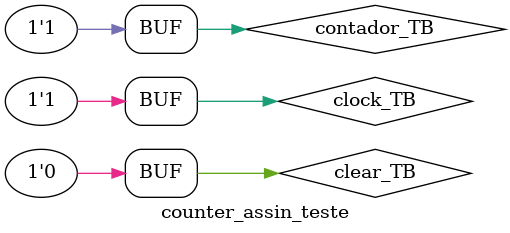
<source format=v>
`timescale 1ns/1ns
`include "counter_assin.v"

module counter_assin_teste;

    reg clock_TB, clear_TB, contador_TB;
  	wire  Q_TB;

  	counter_assin DUT(.clock(clock_TB), .clear(clear_TB), .Q(Q_TB));

    initial
        begin

            $dumpfile("counter_assin_teste.vcd");
            $dumpvars(0, counter_assin_teste);

                clock_TB = 1; clear_TB=1; contador_TB = 0;
            #5   contador_TB = 3;
            #5   clear_TB = 0; 
          
            repeat(8)
                begin
                    #10 clock_TB = ~clock_TB;
                end

        end
endmodule
</source>
